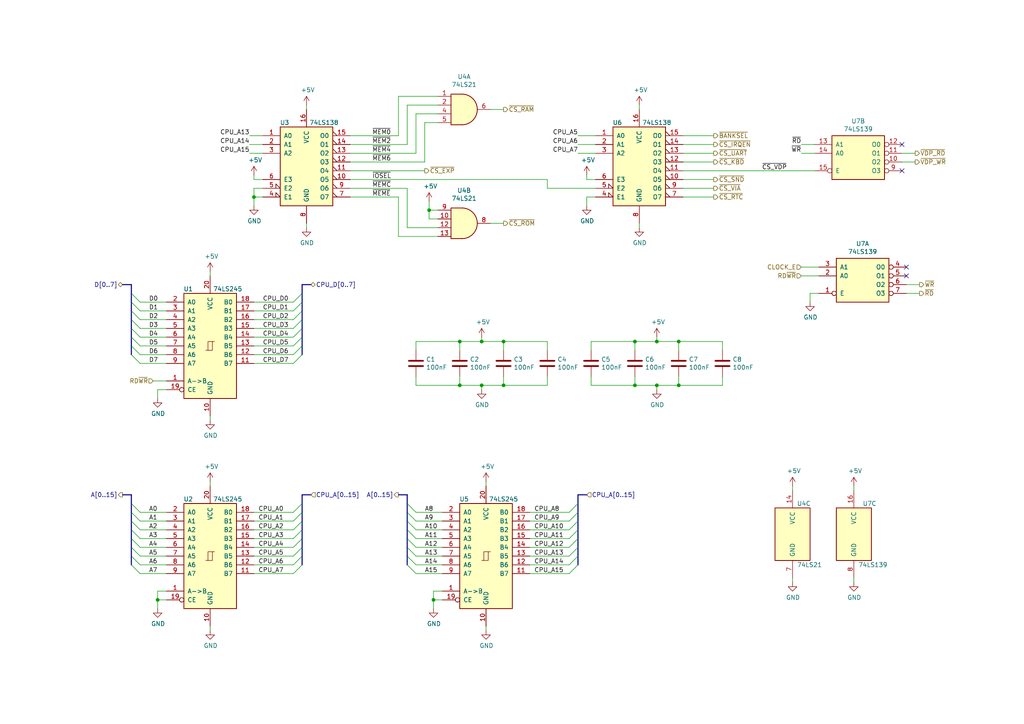
<source format=kicad_sch>
(kicad_sch (version 20211123) (generator eeschema)
  (paper "A4")
  (title_block (title "Y Ddraig Fach") (company "Stephen Moody"))
  (lib_symbols
    (symbol "74xx:74LS138" (pin_names (offset 1.016))
      (property "Reference" "U" (at -7.62 11.43 0))
      (property "Value" "74LS138" (at -7.62 -13.97 0))
      (symbol "74LS138_1_0"
        (pin input line (at -12.7 7.62 0) (length 5.08) (name "A0") (number "1"))
        (pin output output_low (at 12.7 -5.08 180) (length 5.08) (name "O5") (number "10"))
        (pin output output_low (at 12.7 -2.54 180) (length 5.08) (name "O4") (number "11"))
        (pin output output_low (at 12.7 0 180) (length 5.08) (name "O3") (number "12"))
        (pin output output_low (at 12.7 2.54 180) (length 5.08) (name "O2") (number "13"))
        (pin output output_low (at 12.7 5.08 180) (length 5.08) (name "O1") (number "14"))
        (pin output output_low (at 12.7 7.62 180) (length 5.08) (name "O0") (number "15"))
        (pin power_in line (at 0 15.24 270) (length 5.08) (name "VCC") (number "16"))
        (pin input line (at -12.7 5.08 0) (length 5.08) (name "A1") (number "2"))
        (pin input line (at -12.7 2.54 0) (length 5.08) (name "A2") (number "3"))
        (pin input input_low (at -12.7 -10.16 0) (length 5.08) (name "E1") (number "4"))
        (pin input input_low (at -12.7 -7.62 0) (length 5.08) (name "E2") (number "5"))
        (pin input line (at -12.7 -5.08 0) (length 5.08) (name "E3") (number "6"))
        (pin output output_low (at 12.7 -10.16 180) (length 5.08) (name "O7") (number "7"))
        (pin power_in line (at 0 -17.78 90) (length 5.08) (name "GND") (number "8"))
        (pin output output_low (at 12.7 -7.62 180) (length 5.08) (name "O6") (number "9"))
      )
      (symbol "74LS138_1_1"
        (rectangle (start -7.62 10.16) (end 7.62 -12.7) (stroke (width 0.254)) (fill (type background)))
      )
    )
    (symbol "74xx:74LS139" (pin_names (offset 1.016))
      (property "Reference" "U" (at -7.62 8.89 0))
      (property "Value" "74LS139" (at -7.62 -8.89 0))
      (symbol "74LS139_1_0"
        (pin input inverted (at -12.7 -5.08 0) (length 5.08) (name "E") (number "1"))
        (pin input line (at -12.7 0 0) (length 5.08) (name "A0") (number "2"))
        (pin input line (at -12.7 2.54 0) (length 5.08) (name "A1") (number "3"))
        (pin output inverted (at 12.7 2.54 180) (length 5.08) (name "O0") (number "4"))
        (pin output inverted (at 12.7 0 180) (length 5.08) (name "O1") (number "5"))
        (pin output inverted (at 12.7 -2.54 180) (length 5.08) (name "O2") (number "6"))
        (pin output inverted (at 12.7 -5.08 180) (length 5.08) (name "O3") (number "7"))
      )
      (symbol "74LS139_1_1"
        (rectangle (start -7.62 5.08) (end 7.62 -7.62) (stroke (width 0.254)) (fill (type background)))
      )
      (symbol "74LS139_2_0"
        (pin output inverted (at 12.7 -2.54 180) (length 5.08) (name "O2") (number "10"))
        (pin output inverted (at 12.7 0 180) (length 5.08) (name "O1") (number "11"))
        (pin output inverted (at 12.7 2.54 180) (length 5.08) (name "O0") (number "12"))
        (pin input line (at -12.7 2.54 0) (length 5.08) (name "A1") (number "13"))
        (pin input line (at -12.7 0 0) (length 5.08) (name "A0") (number "14"))
        (pin input inverted (at -12.7 -5.08 0) (length 5.08) (name "E") (number "15"))
        (pin output inverted (at 12.7 -5.08 180) (length 5.08) (name "O3") (number "9"))
      )
      (symbol "74LS139_2_1"
        (rectangle (start -7.62 5.08) (end 7.62 -7.62) (stroke (width 0.254)) (fill (type background)))
      )
      (symbol "74LS139_3_0"
        (pin power_in line (at 0 12.7 270) (length 5.08) (name "VCC") (number "16"))
        (pin power_in line (at 0 -12.7 90) (length 5.08) (name "GND") (number "8"))
      )
      (symbol "74LS139_3_1"
        (rectangle (start -5.08 7.62) (end 5.08 -7.62) (stroke (width 0.254)) (fill (type background)))
      )
    )
    (symbol "74xx:74LS21" (pin_names (offset 1.016))
      (property "Reference" "U" (at 0 1.27 0))
      (property "Value" "74LS21" (at 0 -1.27 0))
      (symbol "74LS21_1_1"
        (arc (start -0.635 -4.445) (mid 3.81 0) (end -0.635 4.445) (stroke (width 0.254)) (fill (type background)))
        (polyline (pts (xy -0.635 4.445) (xy -3.81 4.445) (xy -3.81 -4.445) (xy -0.635 -4.445)) (stroke (width 0.254)) (fill (type background)))
        (pin input line (at -7.62 3.81 0) (length 3.81) (name "~") (number "1"))
        (pin input line (at -7.62 1.27 0) (length 3.81) (name "~") (number "2"))
        (pin input line (at -7.62 -1.27 0) (length 3.81) (name "~") (number "4"))
        (pin input line (at -7.62 -3.81 0) (length 3.81) (name "~") (number "5"))
        (pin output line (at 7.62 0 180) (length 3.81) (name "~") (number "6"))
      )
      (symbol "74LS21_1_2"
        (arc (start -3.81 -4.445) (mid -2.5908 0) (end -3.81 4.445) (stroke (width 0.254)))
        (arc (start -0.6096 -4.445) (mid 2.224 -2.8428) (end 3.81 0) (stroke (width 0.254)) (fill (type background)))
        (polyline (pts (xy -3.81 -4.445) (xy -0.635 -4.445)) (stroke (width 0.254)) (fill (type background)))
        (polyline (pts (xy -3.81 4.445) (xy -0.635 4.445)) (stroke (width 0.254)) (fill (type background)))
        (polyline (pts (xy -0.635 4.445) (xy -3.81 4.445) (xy -3.81 4.445) (xy -3.6322 4.0894) (xy -3.0988 2.921) (xy -2.7686 1.6764) (xy -2.6162 0.4318) (xy -2.6416 -0.8636) (xy -2.8702 -2.1082) (xy -3.2512 -3.3274) (xy -3.81 -4.445) (xy -3.81 -4.445) (xy -0.635 -4.445)) (stroke (width -25.4)) (fill (type background)))
        (arc (start 3.81 0) (mid 2.2198 2.8385) (end -0.6096 4.445) (stroke (width 0.254)) (fill (type background)))
        (pin input inverted (at -7.62 3.81 0) (length 3.81) (name "~") (number "1"))
        (pin input inverted (at -7.62 1.27 0) (length 4.826) (name "~") (number "2"))
        (pin input inverted (at -7.62 -1.27 0) (length 4.826) (name "~") (number "4"))
        (pin input inverted (at -7.62 -3.81 0) (length 3.81) (name "~") (number "5"))
        (pin output inverted (at 7.62 0 180) (length 3.81) (name "~") (number "6"))
      )
      (symbol "74LS21_2_1"
        (arc (start -0.635 -4.445) (mid 3.81 0) (end -0.635 4.445) (stroke (width 0.254)) (fill (type background)))
        (polyline (pts (xy -0.635 4.445) (xy -3.81 4.445) (xy -3.81 -4.445) (xy -0.635 -4.445)) (stroke (width 0.254)) (fill (type background)))
        (pin input line (at -7.62 1.27 0) (length 3.81) (name "~") (number "10"))
        (pin input line (at -7.62 -1.27 0) (length 3.81) (name "~") (number "12"))
        (pin input line (at -7.62 -3.81 0) (length 3.81) (name "~") (number "13"))
        (pin output line (at 7.62 0 180) (length 3.81) (name "~") (number "8"))
        (pin input line (at -7.62 3.81 0) (length 3.81) (name "~") (number "9"))
      )
      (symbol "74LS21_2_2"
        (arc (start -3.81 -4.445) (mid -2.5908 0) (end -3.81 4.445) (stroke (width 0.254)))
        (arc (start -0.6096 -4.445) (mid 2.224 -2.8428) (end 3.81 0) (stroke (width 0.254)) (fill (type background)))
        (polyline (pts (xy -3.81 -4.445) (xy -0.635 -4.445)) (stroke (width 0.254)) (fill (type background)))
        (polyline (pts (xy -3.81 4.445) (xy -0.635 4.445)) (stroke (width 0.254)) (fill (type background)))
        (polyline (pts (xy -0.635 4.445) (xy -3.81 4.445) (xy -3.81 4.445) (xy -3.6322 4.0894) (xy -3.0988 2.921) (xy -2.7686 1.6764) (xy -2.6162 0.4318) (xy -2.6416 -0.8636) (xy -2.8702 -2.1082) (xy -3.2512 -3.3274) (xy -3.81 -4.445) (xy -3.81 -4.445) (xy -0.635 -4.445)) (stroke (width -25.4)) (fill (type background)))
        (arc (start 3.81 0) (mid 2.2198 2.8385) (end -0.6096 4.445) (stroke (width 0.254)) (fill (type background)))
        (pin input inverted (at -7.62 1.27 0) (length 4.826) (name "~") (number "10"))
        (pin input inverted (at -7.62 -1.27 0) (length 4.826) (name "~") (number "12"))
        (pin input inverted (at -7.62 -3.81 0) (length 3.81) (name "~") (number "13"))
        (pin output inverted (at 7.62 0 180) (length 3.81) (name "~") (number "8"))
        (pin input inverted (at -7.62 3.81 0) (length 3.81) (name "~") (number "9"))
      )
      (symbol "74LS21_3_0"
        (pin power_in line (at 0 12.7 270) (length 5.08) (name "VCC") (number "14"))
        (pin power_in line (at 0 -12.7 90) (length 5.08) (name "GND") (number "7"))
      )
      (symbol "74LS21_3_1"
        (rectangle (start -5.08 7.62) (end 5.08 -7.62) (stroke (width 0.254)) (fill (type background)))
      )
    )
    (symbol "74xx:74LS245" (pin_names (offset 1.016))
      (property "Reference" "U" (at -7.62 16.51 0))
      (property "Value" "74LS245" (at -7.62 -16.51 0))
      (symbol "74LS245_1_0"
        (polyline (pts (xy -0.635 -1.27) (xy -0.635 1.27) (xy 0.635 1.27)))
        (polyline (pts (xy -1.27 -1.27) (xy 0.635 -1.27) (xy 0.635 1.27) (xy 1.27 1.27)))
        (pin input line (at -12.7 -10.16 0) (length 5.08) (name "A->B") (number "1"))
        (pin power_in line (at 0 -20.32 90) (length 5.08) (name "GND") (number "10"))
        (pin tri_state line (at 12.7 -5.08 180) (length 5.08) (name "B7") (number "11"))
        (pin tri_state line (at 12.7 -2.54 180) (length 5.08) (name "B6") (number "12"))
        (pin tri_state line (at 12.7 0 180) (length 5.08) (name "B5") (number "13"))
        (pin tri_state line (at 12.7 2.54 180) (length 5.08) (name "B4") (number "14"))
        (pin tri_state line (at 12.7 5.08 180) (length 5.08) (name "B3") (number "15"))
        (pin tri_state line (at 12.7 7.62 180) (length 5.08) (name "B2") (number "16"))
        (pin tri_state line (at 12.7 10.16 180) (length 5.08) (name "B1") (number "17"))
        (pin tri_state line (at 12.7 12.7 180) (length 5.08) (name "B0") (number "18"))
        (pin input inverted (at -12.7 -12.7 0) (length 5.08) (name "CE") (number "19"))
        (pin tri_state line (at -12.7 12.7 0) (length 5.08) (name "A0") (number "2"))
        (pin power_in line (at 0 20.32 270) (length 5.08) (name "VCC") (number "20"))
        (pin tri_state line (at -12.7 10.16 0) (length 5.08) (name "A1") (number "3"))
        (pin tri_state line (at -12.7 7.62 0) (length 5.08) (name "A2") (number "4"))
        (pin tri_state line (at -12.7 5.08 0) (length 5.08) (name "A3") (number "5"))
        (pin tri_state line (at -12.7 2.54 0) (length 5.08) (name "A4") (number "6"))
        (pin tri_state line (at -12.7 0 0) (length 5.08) (name "A5") (number "7"))
        (pin tri_state line (at -12.7 -2.54 0) (length 5.08) (name "A6") (number "8"))
        (pin tri_state line (at -12.7 -5.08 0) (length 5.08) (name "A7") (number "9"))
      )
      (symbol "74LS245_1_1"
        (rectangle (start -7.62 15.24) (end 7.62 -15.24) (stroke (width 0.254)) (fill (type background)))
      )
    )
    (symbol "Device:C" (pin_numbers hide) (pin_names (offset 0.254))
      (property "Reference" "C" (at 0.635 2.54 0))
      (property "Value" "C" (at 0.635 -2.54 0))
      (symbol "C_0_1"
        (polyline (pts (xy -2.032 -0.762) (xy 2.032 -0.762)) (stroke (width 0.508)))
        (polyline (pts (xy -2.032 0.762) (xy 2.032 0.762)) (stroke (width 0.508)))
      )
      (symbol "C_1_1"
        (pin passive line (at 0 3.81 270) (length 2.794) (name "~") (number "1"))
        (pin passive line (at 0 -3.81 90) (length 2.794) (name "~") (number "2"))
      )
    )
    (symbol "power:+5V" (power) (pin_names (offset 0))
      (property "Value" "+5V" (at 0 3.556 0))
      (symbol "+5V_0_1"
        (polyline (pts (xy -0.762 1.27) (xy 0 2.54)))
        (polyline (pts (xy 0 0) (xy 0 2.54)))
        (polyline (pts (xy 0 2.54) (xy 0.762 1.27)))
      )
      (symbol "+5V_1_1"
        (pin power_in line (at 0 0 90) (length 0) hide (name "+5V") (number "1"))
      )
    )
    (symbol "power:GND" (power) (pin_names (offset 0))
      (property "Value" "GND" (at 0 -3.81 0))
      (symbol "GND_0_1"
        (polyline (pts (xy 0 0) (xy 0 -1.27) (xy 1.27 -1.27) (xy 0 -2.54) (xy -1.27 -1.27) (xy 0 -1.27)))
      )
      (symbol "GND_1_1"
        (pin power_in line (at 0 0 270) (length 0) hide (name "GND") (number "1"))
      )
    )
  )
  (junction (at 196.85 111.76))
  (junction (at 184.15 111.76))
  (junction (at 139.7 99.06))
  (junction (at 139.7 111.76))
  (junction (at 133.35 99.06))
  (junction (at 146.05 99.06))
  (junction (at 124.46 60.96))
  (junction (at 190.5 99.06))
  (junction (at 196.85 99.06))
  (junction (at 45.72 173.99))
  (junction (at 190.5 111.76))
  (junction (at 184.15 99.06))
  (junction (at 125.73 173.99))
  (junction (at 146.05 111.76))
  (junction (at 73.66 57.15))
  (junction (at 133.35 111.76))
  (no_connect (at 262.89 77.47))
  (no_connect (at 261.62 41.91))
  (no_connect (at 262.89 80.01))
  (no_connect (at 261.62 49.53))
  (bus_entry (at 87.63 156.21) (size -2.54 2.54))
  (bus_entry (at 87.63 148.59) (size -2.54 2.54))
  (bus_entry (at 167.64 148.59) (size -2.54 2.54))
  (bus_entry (at 38.1 90.17) (size 2.54 2.54))
  (bus_entry (at 118.11 146.05) (size 2.54 2.54))
  (bus_entry (at 167.64 151.13) (size -2.54 2.54))
  (bus_entry (at 38.1 95.25) (size 2.54 2.54))
  (bus_entry (at 38.1 156.21) (size 2.54 2.54))
  (bus_entry (at 38.1 158.75) (size 2.54 2.54))
  (bus_entry (at 118.11 151.13) (size 2.54 2.54))
  (bus_entry (at 118.11 148.59) (size 2.54 2.54))
  (bus_entry (at 87.63 100.33) (size -2.54 2.54))
  (bus_entry (at 87.63 95.25) (size -2.54 2.54))
  (bus_entry (at 87.63 90.17) (size -2.54 2.54))
  (bus_entry (at 38.1 146.05) (size 2.54 2.54))
  (bus_entry (at 38.1 153.67) (size 2.54 2.54))
  (bus_entry (at 167.64 146.05) (size -2.54 2.54))
  (bus_entry (at 87.63 158.75) (size -2.54 2.54))
  (bus_entry (at 167.64 156.21) (size -2.54 2.54))
  (bus_entry (at 118.11 163.83) (size 2.54 2.54))
  (bus_entry (at 167.64 163.83) (size -2.54 2.54))
  (bus_entry (at 38.1 161.29) (size 2.54 2.54))
  (bus_entry (at 38.1 163.83) (size 2.54 2.54))
  (bus_entry (at 87.63 146.05) (size -2.54 2.54))
  (bus_entry (at 87.63 87.63) (size -2.54 2.54))
  (bus_entry (at 87.63 85.09) (size -2.54 2.54))
  (bus_entry (at 87.63 153.67) (size -2.54 2.54))
  (bus_entry (at 38.1 85.09) (size 2.54 2.54))
  (bus_entry (at 38.1 148.59) (size 2.54 2.54))
  (bus_entry (at 38.1 151.13) (size 2.54 2.54))
  (bus_entry (at 38.1 87.63) (size 2.54 2.54))
  (bus_entry (at 118.11 153.67) (size 2.54 2.54))
  (bus_entry (at 38.1 92.71) (size 2.54 2.54))
  (bus_entry (at 118.11 161.29) (size 2.54 2.54))
  (bus_entry (at 87.63 161.29) (size -2.54 2.54))
  (bus_entry (at 87.63 102.87) (size -2.54 2.54))
  (bus_entry (at 167.64 161.29) (size -2.54 2.54))
  (bus_entry (at 167.64 158.75) (size -2.54 2.54))
  (bus_entry (at 87.63 151.13) (size -2.54 2.54))
  (bus_entry (at 87.63 97.79) (size -2.54 2.54))
  (bus_entry (at 167.64 153.67) (size -2.54 2.54))
  (bus_entry (at 38.1 97.79) (size 2.54 2.54))
  (bus_entry (at 87.63 92.71) (size -2.54 2.54))
  (bus_entry (at 118.11 158.75) (size 2.54 2.54))
  (bus_entry (at 38.1 102.87) (size 2.54 2.54))
  (bus_entry (at 118.11 156.21) (size 2.54 2.54))
  (bus_entry (at 87.63 163.83) (size -2.54 2.54))
  (bus_entry (at 38.1 100.33) (size 2.54 2.54))
  (wire (pts (xy 146.05 109.22) (xy 146.05 111.76)))
  (wire (pts (xy 146.05 111.76) (xy 158.75 111.76)))
  (wire (pts (xy 207.01 44.45) (xy 198.12 44.45)))
  (wire (pts (xy 209.55 99.06) (xy 209.55 101.6)))
  (wire (pts (xy 139.7 111.76) (xy 146.05 111.76)))
  (bus (pts (xy 38.1 82.55) (xy 35.56 82.55)))
  (bus (pts (xy 118.11 153.67) (xy 118.11 156.21)))
  (bus (pts (xy 87.63 161.29) (xy 87.63 163.83)))
  (wire (pts (xy 167.64 44.45) (xy 172.72 44.45)))
  (wire (pts (xy 88.9 66.04) (xy 88.9 64.77)))
  (wire (pts (xy 167.64 39.37) (xy 172.72 39.37)))
  (bus (pts (xy 87.63 156.21) (xy 87.63 158.75)))
  (bus (pts (xy 87.63 82.55) (xy 90.17 82.55)))
  (bus (pts (xy 38.1 156.21) (xy 38.1 158.75)))
  (wire (pts (xy 128.27 156.21) (xy 120.65 156.21)))
  (wire (pts (xy 207.01 54.61) (xy 198.12 54.61)))
  (wire (pts (xy 232.41 44.45) (xy 236.22 44.45)))
  (wire (pts (xy 120.65 109.22) (xy 120.65 111.76)))
  (wire (pts (xy 261.62 44.45) (xy 265.43 44.45)))
  (bus (pts (xy 118.11 158.75) (xy 118.11 161.29)))
  (wire (pts (xy 60.96 182.88) (xy 60.96 181.61)))
  (wire (pts (xy 48.26 90.17) (xy 40.64 90.17)))
  (bus (pts (xy 38.1 90.17) (xy 38.1 92.71)))
  (wire (pts (xy 48.26 156.21) (xy 40.64 156.21)))
  (bus (pts (xy 38.1 151.13) (xy 38.1 153.67)))
  (wire (pts (xy 118.11 66.04) (xy 127 66.04)))
  (wire (pts (xy 207.01 46.99) (xy 198.12 46.99)))
  (wire (pts (xy 153.67 163.83) (xy 165.1 163.83)))
  (wire (pts (xy 48.26 151.13) (xy 40.64 151.13)))
  (wire (pts (xy 76.2 57.15) (xy 73.66 57.15)))
  (wire (pts (xy 170.18 57.15) (xy 172.72 57.15)))
  (wire (pts (xy 170.18 59.69) (xy 170.18 57.15)))
  (wire (pts (xy 196.85 109.22) (xy 196.85 111.76)))
  (wire (pts (xy 171.45 99.06) (xy 184.15 99.06)))
  (wire (pts (xy 48.26 100.33) (xy 40.64 100.33)))
  (wire (pts (xy 128.27 158.75) (xy 120.65 158.75)))
  (bus (pts (xy 38.1 82.55) (xy 38.1 85.09)))
  (bus (pts (xy 167.64 156.21) (xy 167.64 158.75)))
  (wire (pts (xy 48.26 95.25) (xy 40.64 95.25)))
  (wire (pts (xy 171.45 101.6) (xy 171.45 99.06)))
  (wire (pts (xy 153.67 161.29) (xy 165.1 161.29)))
  (wire (pts (xy 73.66 163.83) (xy 85.09 163.83)))
  (wire (pts (xy 101.6 57.15) (xy 115.57 57.15)))
  (wire (pts (xy 198.12 49.53) (xy 236.22 49.53)))
  (bus (pts (xy 87.63 153.67) (xy 87.63 156.21)))
  (wire (pts (xy 115.57 57.15) (xy 115.57 68.58)))
  (wire (pts (xy 153.67 166.37) (xy 165.1 166.37)))
  (wire (pts (xy 207.01 41.91) (xy 198.12 41.91)))
  (bus (pts (xy 38.1 158.75) (xy 38.1 161.29)))
  (wire (pts (xy 125.73 176.53) (xy 125.73 173.99)))
  (wire (pts (xy 48.26 161.29) (xy 40.64 161.29)))
  (bus (pts (xy 118.11 148.59) (xy 118.11 151.13)))
  (wire (pts (xy 146.05 31.75) (xy 142.24 31.75)))
  (wire (pts (xy 73.66 90.17) (xy 85.09 90.17)))
  (wire (pts (xy 48.26 105.41) (xy 40.64 105.41)))
  (bus (pts (xy 87.63 82.55) (xy 87.63 85.09)))
  (wire (pts (xy 73.66 57.15) (xy 73.66 54.61)))
  (wire (pts (xy 247.65 168.91) (xy 247.65 167.64)))
  (wire (pts (xy 45.72 115.57) (xy 45.72 113.03)))
  (wire (pts (xy 185.42 66.04) (xy 185.42 64.77)))
  (wire (pts (xy 45.72 176.53) (xy 45.72 173.99)))
  (bus (pts (xy 87.63 97.79) (xy 87.63 100.33)))
  (wire (pts (xy 207.01 57.15) (xy 198.12 57.15)))
  (bus (pts (xy 167.64 151.13) (xy 167.64 153.67)))
  (wire (pts (xy 146.05 99.06) (xy 158.75 99.06)))
  (wire (pts (xy 128.27 153.67) (xy 120.65 153.67)))
  (bus (pts (xy 118.11 146.05) (xy 118.11 148.59)))
  (wire (pts (xy 45.72 171.45) (xy 48.26 171.45)))
  (bus (pts (xy 118.11 143.51) (xy 118.11 146.05)))
  (wire (pts (xy 73.66 54.61) (xy 76.2 54.61)))
  (bus (pts (xy 118.11 151.13) (xy 118.11 153.67)))
  (wire (pts (xy 125.73 173.99) (xy 125.73 171.45)))
  (wire (pts (xy 207.01 52.07) (xy 198.12 52.07)))
  (wire (pts (xy 120.65 44.45) (xy 120.65 33.02)))
  (wire (pts (xy 88.9 31.75) (xy 88.9 30.48)))
  (wire (pts (xy 48.26 158.75) (xy 40.64 158.75)))
  (bus (pts (xy 38.1 95.25) (xy 38.1 97.79)))
  (bus (pts (xy 167.64 153.67) (xy 167.64 156.21)))
  (wire (pts (xy 60.96 121.92) (xy 60.96 120.65)))
  (bus (pts (xy 167.64 158.75) (xy 167.64 161.29)))
  (wire (pts (xy 60.96 140.97) (xy 60.96 139.7)))
  (wire (pts (xy 73.66 151.13) (xy 85.09 151.13)))
  (wire (pts (xy 73.66 102.87) (xy 85.09 102.87)))
  (wire (pts (xy 172.72 52.07) (xy 170.18 52.07)))
  (wire (pts (xy 158.75 54.61) (xy 172.72 54.61)))
  (wire (pts (xy 190.5 97.79) (xy 190.5 99.06)))
  (wire (pts (xy 153.67 151.13) (xy 165.1 151.13)))
  (wire (pts (xy 73.66 52.07) (xy 76.2 52.07)))
  (wire (pts (xy 118.11 41.91) (xy 118.11 30.48)))
  (wire (pts (xy 101.6 49.53) (xy 123.19 49.53)))
  (wire (pts (xy 158.75 111.76) (xy 158.75 109.22)))
  (wire (pts (xy 140.97 182.88) (xy 140.97 181.61)))
  (wire (pts (xy 153.67 148.59) (xy 165.1 148.59)))
  (wire (pts (xy 125.73 173.99) (xy 128.27 173.99)))
  (wire (pts (xy 207.01 39.37) (xy 198.12 39.37)))
  (wire (pts (xy 101.6 52.07) (xy 158.75 52.07)))
  (wire (pts (xy 76.2 41.91) (xy 72.39 41.91)))
  (wire (pts (xy 120.65 101.6) (xy 120.65 99.06)))
  (wire (pts (xy 190.5 111.76) (xy 196.85 111.76)))
  (wire (pts (xy 118.11 30.48) (xy 127 30.48)))
  (wire (pts (xy 234.95 87.63) (xy 234.95 85.09)))
  (bus (pts (xy 38.1 148.59) (xy 38.1 151.13)))
  (wire (pts (xy 118.11 54.61) (xy 118.11 66.04)))
  (wire (pts (xy 73.66 166.37) (xy 85.09 166.37)))
  (wire (pts (xy 48.26 97.79) (xy 40.64 97.79)))
  (wire (pts (xy 170.18 52.07) (xy 170.18 50.8)))
  (bus (pts (xy 167.64 143.51) (xy 170.18 143.51)))
  (wire (pts (xy 48.26 102.87) (xy 40.64 102.87)))
  (bus (pts (xy 118.11 156.21) (xy 118.11 158.75)))
  (wire (pts (xy 209.55 111.76) (xy 209.55 109.22)))
  (wire (pts (xy 128.27 151.13) (xy 120.65 151.13)))
  (wire (pts (xy 127 60.96) (xy 124.46 60.96)))
  (wire (pts (xy 48.26 163.83) (xy 40.64 163.83)))
  (wire (pts (xy 73.66 100.33) (xy 85.09 100.33)))
  (wire (pts (xy 172.72 41.91) (xy 167.64 41.91)))
  (wire (pts (xy 232.41 41.91) (xy 236.22 41.91)))
  (bus (pts (xy 87.63 151.13) (xy 87.63 153.67)))
  (wire (pts (xy 40.64 87.63) (xy 48.26 87.63)))
  (wire (pts (xy 48.26 166.37) (xy 40.64 166.37)))
  (bus (pts (xy 87.63 146.05) (xy 87.63 148.59)))
  (wire (pts (xy 158.75 99.06) (xy 158.75 101.6)))
  (wire (pts (xy 60.96 80.01) (xy 60.96 78.74)))
  (wire (pts (xy 124.46 63.5) (xy 124.46 60.96)))
  (wire (pts (xy 266.7 82.55) (xy 262.89 82.55)))
  (wire (pts (xy 101.6 39.37) (xy 115.57 39.37)))
  (bus (pts (xy 38.1 100.33) (xy 38.1 102.87)))
  (wire (pts (xy 101.6 54.61) (xy 118.11 54.61)))
  (wire (pts (xy 247.65 142.24) (xy 247.65 140.97)))
  (bus (pts (xy 87.63 95.25) (xy 87.63 97.79)))
  (bus (pts (xy 167.64 161.29) (xy 167.64 163.83)))
  (wire (pts (xy 146.05 101.6) (xy 146.05 99.06)))
  (wire (pts (xy 171.45 111.76) (xy 184.15 111.76)))
  (bus (pts (xy 87.63 87.63) (xy 87.63 90.17)))
  (wire (pts (xy 45.72 173.99) (xy 45.72 171.45)))
  (wire (pts (xy 73.66 87.63) (xy 85.09 87.63)))
  (wire (pts (xy 229.87 142.24) (xy 229.87 140.97)))
  (bus (pts (xy 38.1 87.63) (xy 38.1 90.17)))
  (wire (pts (xy 73.66 50.8) (xy 73.66 52.07)))
  (bus (pts (xy 87.63 148.59) (xy 87.63 151.13)))
  (wire (pts (xy 73.66 156.21) (xy 85.09 156.21)))
  (bus (pts (xy 87.63 158.75) (xy 87.63 161.29)))
  (wire (pts (xy 101.6 44.45) (xy 120.65 44.45)))
  (bus (pts (xy 87.63 92.71) (xy 87.63 95.25)))
  (wire (pts (xy 196.85 111.76) (xy 209.55 111.76)))
  (wire (pts (xy 128.27 161.29) (xy 120.65 161.29)))
  (wire (pts (xy 73.66 95.25) (xy 85.09 95.25)))
  (wire (pts (xy 153.67 153.67) (xy 165.1 153.67)))
  (wire (pts (xy 48.26 153.67) (xy 40.64 153.67)))
  (wire (pts (xy 120.65 33.02) (xy 127 33.02)))
  (wire (pts (xy 133.35 99.06) (xy 139.7 99.06)))
  (wire (pts (xy 184.15 111.76) (xy 190.5 111.76)))
  (wire (pts (xy 232.41 77.47) (xy 237.49 77.47)))
  (bus (pts (xy 38.1 97.79) (xy 38.1 100.33)))
  (wire (pts (xy 232.41 80.01) (xy 237.49 80.01)))
  (wire (pts (xy 196.85 99.06) (xy 209.55 99.06)))
  (wire (pts (xy 115.57 27.94) (xy 127 27.94)))
  (wire (pts (xy 139.7 99.06) (xy 146.05 99.06)))
  (bus (pts (xy 38.1 153.67) (xy 38.1 156.21)))
  (wire (pts (xy 101.6 46.99) (xy 123.19 46.99)))
  (wire (pts (xy 125.73 171.45) (xy 128.27 171.45)))
  (wire (pts (xy 140.97 140.97) (xy 140.97 139.7)))
  (wire (pts (xy 44.45 110.49) (xy 48.26 110.49)))
  (wire (pts (xy 265.43 46.99) (xy 261.62 46.99)))
  (wire (pts (xy 73.66 158.75) (xy 85.09 158.75)))
  (bus (pts (xy 87.63 90.17) (xy 87.63 92.71)))
  (bus (pts (xy 38.1 143.51) (xy 38.1 146.05)))
  (bus (pts (xy 38.1 161.29) (xy 38.1 163.83)))
  (wire (pts (xy 128.27 163.83) (xy 120.65 163.83)))
  (wire (pts (xy 158.75 52.07) (xy 158.75 54.61)))
  (wire (pts (xy 234.95 85.09) (xy 237.49 85.09)))
  (bus (pts (xy 87.63 85.09) (xy 87.63 87.63)))
  (wire (pts (xy 171.45 109.22) (xy 171.45 111.76)))
  (wire (pts (xy 196.85 101.6) (xy 196.85 99.06)))
  (bus (pts (xy 87.63 143.51) (xy 87.63 146.05)))
  (wire (pts (xy 127 63.5) (xy 124.46 63.5)))
  (wire (pts (xy 153.67 156.21) (xy 165.1 156.21)))
  (wire (pts (xy 133.35 109.22) (xy 133.35 111.76)))
  (wire (pts (xy 139.7 97.79) (xy 139.7 99.06)))
  (wire (pts (xy 73.66 59.69) (xy 73.66 57.15)))
  (wire (pts (xy 101.6 41.91) (xy 118.11 41.91)))
  (wire (pts (xy 146.05 64.77) (xy 142.24 64.77)))
  (wire (pts (xy 128.27 166.37) (xy 120.65 166.37)))
  (wire (pts (xy 153.67 158.75) (xy 165.1 158.75)))
  (wire (pts (xy 190.5 99.06) (xy 196.85 99.06)))
  (wire (pts (xy 120.65 99.06) (xy 133.35 99.06)))
  (wire (pts (xy 73.66 153.67) (xy 85.09 153.67)))
  (bus (pts (xy 38.1 143.51) (xy 35.56 143.51)))
  (wire (pts (xy 72.39 44.45) (xy 76.2 44.45)))
  (wire (pts (xy 72.39 39.37) (xy 76.2 39.37)))
  (wire (pts (xy 73.66 148.59) (xy 85.09 148.59)))
  (wire (pts (xy 133.35 111.76) (xy 139.7 111.76)))
  (wire (pts (xy 123.19 46.99) (xy 123.19 35.56)))
  (wire (pts (xy 48.26 92.71) (xy 40.64 92.71)))
  (wire (pts (xy 45.72 113.03) (xy 48.26 113.03)))
  (wire (pts (xy 229.87 168.91) (xy 229.87 167.64)))
  (wire (pts (xy 133.35 101.6) (xy 133.35 99.06)))
  (wire (pts (xy 73.66 92.71) (xy 85.09 92.71)))
  (wire (pts (xy 115.57 68.58) (xy 127 68.58)))
  (wire (pts (xy 124.46 60.96) (xy 124.46 58.42)))
  (wire (pts (xy 184.15 99.06) (xy 190.5 99.06)))
  (wire (pts (xy 184.15 101.6) (xy 184.15 99.06)))
  (wire (pts (xy 184.15 109.22) (xy 184.15 111.76)))
  (bus (pts (xy 118.11 143.51) (xy 115.57 143.51)))
  (wire (pts (xy 185.42 31.75) (xy 185.42 30.48)))
  (bus (pts (xy 38.1 146.05) (xy 38.1 148.59)))
  (wire (pts (xy 262.89 85.09) (xy 266.7 85.09)))
  (bus (pts (xy 87.63 100.33) (xy 87.63 102.87)))
  (bus (pts (xy 167.64 148.59) (xy 167.64 151.13)))
  (wire (pts (xy 115.57 39.37) (xy 115.57 27.94)))
  (bus (pts (xy 118.11 161.29) (xy 118.11 163.83)))
  (bus (pts (xy 87.63 143.51) (xy 90.17 143.51)))
  (wire (pts (xy 73.66 105.41) (xy 85.09 105.41)))
  (wire (pts (xy 123.19 35.56) (xy 127 35.56)))
  (wire (pts (xy 73.66 161.29) (xy 85.09 161.29)))
  (wire (pts (xy 139.7 113.03) (xy 139.7 111.76)))
  (wire (pts (xy 45.72 173.99) (xy 48.26 173.99)))
  (wire (pts (xy 73.66 97.79) (xy 85.09 97.79)))
  (wire (pts (xy 40.64 148.59) (xy 48.26 148.59)))
  (wire (pts (xy 190.5 113.03) (xy 190.5 111.76)))
  (bus (pts (xy 167.64 143.51) (xy 167.64 146.05)))
  (bus (pts (xy 38.1 85.09) (xy 38.1 87.63)))
  (bus (pts (xy 167.64 146.05) (xy 167.64 148.59)))
  (wire (pts (xy 120.65 148.59) (xy 128.27 148.59)))
  (wire (pts (xy 120.65 111.76) (xy 133.35 111.76)))
  (bus (pts (xy 38.1 92.71) (xy 38.1 95.25)))
  (label "D7" (at 43.18 105.41 0))
  (label "D2" (at 43.18 92.71 0))
  (label "D3" (at 43.18 95.25 0))
  (label "A5" (at 43.18 161.29 0))
  (label "A7" (at 43.18 166.37 0))
  (label "CPU_A13" (at 72.39 39.37 180))
  (label "D6" (at 43.18 102.87 0))
  (label "A2" (at 43.18 153.67 0))
  (label "CPU_A7" (at 74.93 166.37 0))
  (label "CPU_A10" (at 154.94 153.67 0))
  (label "CPU_A6" (at 167.64 41.91 180))
  (label "CPU_A7" (at 167.64 44.45 180))
  (label "~{WR}" (at 232.41 44.45 180))
  (label "CPU_D1" (at 76.2 90.17 0))
  (label "~{MEM4}" (at 107.95 44.45 0))
  (label "A6" (at 43.18 163.83 0))
  (label "~{CS_VDP}" (at 220.98 49.53 0))
  (label "CPU_A9" (at 154.94 151.13 0))
  (label "~{IOSEL}" (at 107.95 52.07 0))
  (label "CPU_D2" (at 76.2 92.71 0))
  (label "CPU_A3" (at 74.93 156.21 0))
  (label "A13" (at 123.19 161.29 0))
  (label "CPU_A15" (at 72.39 44.45 180))
  (label "D0" (at 43.18 87.63 0))
  (label "~{MEM6}" (at 107.95 46.99 0))
  (label "A0" (at 43.18 148.59 0))
  (label "D4" (at 43.18 97.79 0))
  (label "~{MEME}" (at 107.95 57.15 0))
  (label "CPU_D5" (at 76.2 100.33 0))
  (label "~{MEM0}" (at 107.95 39.37 0))
  (label "CPU_A1" (at 74.93 151.13 0))
  (label "CPU_A15" (at 154.94 166.37 0))
  (label "A4" (at 43.18 158.75 0))
  (label "A12" (at 123.19 158.75 0))
  (label "CPU_A14" (at 154.94 163.83 0))
  (label "CPU_A8" (at 154.94 148.59 0))
  (label "CPU_D7" (at 76.2 105.41 0))
  (label "A15" (at 123.19 166.37 0))
  (label "A9" (at 123.19 151.13 0))
  (label "CPU_A5" (at 167.64 39.37 180))
  (label "CPU_D3" (at 76.2 95.25 0))
  (label "CPU_A12" (at 154.94 158.75 0))
  (label "A14" (at 123.19 163.83 0))
  (label "CPU_A4" (at 74.93 158.75 0))
  (label "~{MEMC}" (at 107.95 54.61 0))
  (label "D5" (at 43.18 100.33 0))
  (label "A8" (at 123.19 148.59 0))
  (label "CPU_A5" (at 74.93 161.29 0))
  (label "CPU_D0" (at 76.2 87.63 0))
  (label "CPU_A0" (at 74.93 148.59 0))
  (label "CPU_A11" (at 154.94 156.21 0))
  (label "~{RD}" (at 232.41 41.91 180))
  (label "D1" (at 43.18 90.17 0))
  (label "A3" (at 43.18 156.21 0))
  (label "CPU_A2" (at 74.93 153.67 0))
  (label "~{MEM2}" (at 107.95 41.91 0))
  (label "A11" (at 123.19 156.21 0))
  (label "CPU_A14" (at 72.39 41.91 180))
  (label "CPU_A13" (at 154.94 161.29 0))
  (label "CPU_D6" (at 76.2 102.87 0))
  (label "A10" (at 123.19 153.67 0))
  (label "CPU_D4" (at 76.2 97.79 0))
  (label "A1" (at 43.18 151.13 0))
  (label "CPU_A6" (at 74.93 163.83 0))
  (hierarchical_label "CLOCK_E" (shape input) (at 232.41 77.47 180))
  (hierarchical_label "~{VDP_WR}" (shape output) (at 265.43 46.99 0))
  (hierarchical_label "~{CS_ROM}" (shape output) (at 146.05 64.77 0))
  (hierarchical_label "CPU_D[0..7]" (shape bidirectional) (at 90.17 82.55 0))
  (hierarchical_label "CPU_A[0..15]" (shape input) (at 90.17 143.51 0))
  (hierarchical_label "~{CS_IRQEN}" (shape output) (at 207.01 41.91 0))
  (hierarchical_label "A[0..15]" (shape output) (at 115.57 143.51 180))
  (hierarchical_label "~{VDP_RD}" (shape output) (at 265.43 44.45 0))
  (hierarchical_label "~{CS_EXP}" (shape output) (at 123.19 49.53 0))
  (hierarchical_label "RD~{WR}" (shape input) (at 232.41 80.01 180))
  (hierarchical_label "~{CS_SND}" (shape output) (at 207.01 52.07 0))
  (hierarchical_label "D[0..7]" (shape bidirectional) (at 35.56 82.55 180))
  (hierarchical_label "~{RD}" (shape output) (at 266.7 85.09 0))
  (hierarchical_label "~{CS_RTC}" (shape output) (at 207.01 57.15 0))
  (hierarchical_label "~{CS_VIA}" (shape output) (at 207.01 54.61 0))
  (hierarchical_label "~{CS_KBD}" (shape output) (at 207.01 46.99 0))
  (hierarchical_label "~{CS_UART}" (shape output) (at 207.01 44.45 0))
  (hierarchical_label "RD~{WR}" (shape input) (at 44.45 110.49 180))
  (hierarchical_label "A[0..15]" (shape output) (at 35.56 143.51 180))
  (hierarchical_label "~{CS_RAM}" (shape output) (at 146.05 31.75 0))
  (hierarchical_label "CPU_A[0..15]" (shape input) (at 170.18 143.51 0))
  (hierarchical_label "~{BANKSEL}" (shape output) (at 207.01 39.37 0))
  (hierarchical_label "~{WR}" (shape output) (at 266.7 82.55 0))
  (symbol (lib_id "74xx:74LS138") (at 88.9 46.99 0) (unit 1)
    (property "Reference" "U3" (at 82.55 35.56 0))
    (property "Value" "74LS138" (at 93.98 35.56 0))
    (property "Footprint" "Package_DIP:DIP-16_W7.62mm_Socket" (effects hide))
    (property "Datasheet" "http://www.ti.com/lit/gpn/sn74LS138" (effects hide))
  )
  (symbol (lib_id "74xx:74LS21") (at 134.62 31.75 0) (unit 1)
    (property "Reference" "U4" (at 134.62 22.225 0))
    (property "Value" "74LS21" (at 134.62 24.5364 0))
    (property "Footprint" "Package_DIP:DIP-14_W7.62mm_Socket" (effects hide))
    (property "Datasheet" "http://www.ti.com/lit/gpn/sn74LS21" (effects hide))
  )
  (symbol (lib_id "74xx:74LS21") (at 134.62 64.77 0) (unit 2)
    (property "Reference" "U4" (at 134.62 55.245 0))
    (property "Value" "74LS21" (at 134.62 57.5564 0))
    (property "Footprint" "Package_DIP:DIP-14_W7.62mm_Socket" (effects hide))
    (property "Datasheet" "http://www.ti.com/lit/gpn/sn74LS21" (effects hide))
  )
  (symbol (lib_id "74xx:74LS21") (at 229.87 154.94 0) (unit 3)
    (property "Reference" "U4" (at 231.14 146.05 0) (effects (justify left)))
    (property "Value" "74LS21" (at 231.14 163.83 0) (effects (justify left)))
    (property "Footprint" "Package_DIP:DIP-14_W7.62mm_Socket" (effects hide))
    (property "Datasheet" "http://www.ti.com/lit/gpn/sn74LS21" (effects hide))
  )
  (symbol (lib_id "power:+5V") (at 124.46 58.42 0) (unit 1)
    (property "Reference" "#PWR011" (effects hide))
    (property "Value" "+5V" (at 124.841 54.0258 0))
  )
  (symbol (lib_id "power:+5V") (at 88.9 30.48 0) (unit 1)
    (property "Reference" "#PWR09" (effects hide))
    (property "Value" "+5V" (at 89.281 26.0858 0))
  )
  (symbol (lib_id "power:GND") (at 88.9 66.04 0) (unit 1)
    (property "Reference" "#PWR010" (effects hide))
    (property "Value" "GND" (at 89.027 70.4342 0))
  )
  (symbol (lib_id "74xx:74LS138") (at 185.42 46.99 0) (unit 1)
    (property "Reference" "U6" (at 179.07 35.56 0))
    (property "Value" "74LS138" (at 190.5 35.56 0))
    (property "Footprint" "Package_DIP:DIP-16_W7.62mm_Socket" (effects hide))
    (property "Datasheet" "http://www.ti.com/lit/gpn/sn74LS138" (effects hide))
  )
  (symbol (lib_id "power:+5V") (at 185.42 30.48 0) (unit 1)
    (property "Reference" "#PWR019" (effects hide))
    (property "Value" "+5V" (at 185.801 26.0858 0))
  )
  (symbol (lib_id "power:GND") (at 185.42 66.04 0) (unit 1)
    (property "Reference" "#PWR020" (effects hide))
    (property "Value" "GND" (at 185.547 70.4342 0))
  )
  (symbol (lib_id "Device:C") (at 120.65 105.41 0) (unit 1)
    (property "Reference" "C1" (at 123.571 104.2416 0) (effects (justify left)))
    (property "Value" "100nF" (at 123.571 106.553 0) (effects (justify left)))
    (property "Footprint" "Capacitor_THT:C_Disc_D5.0mm_W2.5mm_P2.50mm" (effects hide))
  )
  (symbol (lib_id "Device:C") (at 133.35 105.41 0) (unit 1)
    (property "Reference" "C2" (at 136.271 104.2416 0) (effects (justify left)))
    (property "Value" "100nF" (at 136.271 106.553 0) (effects (justify left)))
    (property "Footprint" "Capacitor_THT:C_Disc_D5.0mm_W2.5mm_P2.50mm" (effects hide))
  )
  (symbol (lib_id "Device:C") (at 146.05 105.41 0) (unit 1)
    (property "Reference" "C3" (at 148.971 104.2416 0) (effects (justify left)))
    (property "Value" "100nF" (at 148.971 106.553 0) (effects (justify left)))
    (property "Footprint" "Capacitor_THT:C_Disc_D5.0mm_W2.5mm_P2.50mm" (effects hide))
  )
  (symbol (lib_id "Device:C") (at 158.75 105.41 0) (unit 1)
    (property "Reference" "C4" (at 161.671 104.2416 0) (effects (justify left)))
    (property "Value" "100nF" (at 161.671 106.553 0) (effects (justify left)))
    (property "Footprint" "Capacitor_THT:C_Disc_D5.0mm_W2.5mm_P2.50mm" (effects hide))
  )
  (symbol (lib_id "power:+5V") (at 139.7 97.79 0) (unit 1)
    (property "Reference" "#PWR013" (effects hide))
    (property "Value" "+5V" (at 140.081 93.3958 0))
  )
  (symbol (lib_id "power:GND") (at 139.7 113.03 0) (unit 1)
    (property "Reference" "#PWR014" (effects hide))
    (property "Value" "GND" (at 139.827 117.4242 0))
  )
  (symbol (lib_id "power:+5V") (at 73.66 50.8 0) (unit 1)
    (property "Reference" "#PWR07" (effects hide))
    (property "Value" "+5V" (at 74.041 46.4058 0))
  )
  (symbol (lib_id "power:GND") (at 73.66 59.69 0) (unit 1)
    (property "Reference" "#PWR08" (effects hide))
    (property "Value" "GND" (at 73.787 64.0842 0))
  )
  (symbol (lib_id "Device:C") (at 171.45 105.41 0) (unit 1)
    (property "Reference" "C5" (at 174.371 104.2416 0) (effects (justify left)))
    (property "Value" "100nF" (at 174.371 106.553 0) (effects (justify left)))
    (property "Footprint" "Capacitor_THT:C_Disc_D5.0mm_W2.5mm_P2.50mm" (effects hide))
  )
  (symbol (lib_id "Device:C") (at 184.15 105.41 0) (unit 1)
    (property "Reference" "C6" (at 187.071 104.2416 0) (effects (justify left)))
    (property "Value" "100nF" (at 187.071 106.553 0) (effects (justify left)))
    (property "Footprint" "Capacitor_THT:C_Disc_D5.0mm_W2.5mm_P2.50mm" (effects hide))
  )
  (symbol (lib_id "Device:C") (at 196.85 105.41 0) (unit 1)
    (property "Reference" "C7" (at 199.771 104.2416 0) (effects (justify left)))
    (property "Value" "100nF" (at 199.771 106.553 0) (effects (justify left)))
    (property "Footprint" "Capacitor_THT:C_Disc_D5.0mm_W2.5mm_P2.50mm" (effects hide))
  )
  (symbol (lib_id "Device:C") (at 209.55 105.41 0) (unit 1)
    (property "Reference" "C8" (at 212.471 104.2416 0) (effects (justify left)))
    (property "Value" "100nF" (at 212.471 106.553 0) (effects (justify left)))
    (property "Footprint" "Capacitor_THT:C_Disc_D5.0mm_W2.5mm_P2.50mm" (effects hide))
  )
  (symbol (lib_id "power:+5V") (at 190.5 97.79 0) (unit 1)
    (property "Reference" "#PWR021" (effects hide))
    (property "Value" "+5V" (at 190.881 93.3958 0))
  )
  (symbol (lib_id "power:GND") (at 190.5 113.03 0) (unit 1)
    (property "Reference" "#PWR022" (effects hide))
    (property "Value" "GND" (at 190.627 117.4242 0))
  )
  (symbol (lib_id "power:+5V") (at 229.87 140.97 0) (unit 1)
    (property "Reference" "#PWR023" (effects hide))
    (property "Value" "+5V" (at 230.251 136.5758 0))
  )
  (symbol (lib_id "power:+5V") (at 247.65 140.97 0) (unit 1)
    (property "Reference" "#PWR026" (effects hide))
    (property "Value" "+5V" (at 248.031 136.5758 0))
  )
  (symbol (lib_id "power:GND") (at 229.87 168.91 0) (unit 1)
    (property "Reference" "#PWR024" (effects hide))
    (property "Value" "GND" (at 229.997 173.3042 0))
  )
  (symbol (lib_id "power:GND") (at 247.65 168.91 0) (unit 1)
    (property "Reference" "#PWR027" (effects hide))
    (property "Value" "GND" (at 247.777 173.3042 0))
  )
  (symbol (lib_id "power:GND") (at 170.18 59.69 0) (unit 1)
    (property "Reference" "#PWR018" (effects hide))
    (property "Value" "GND" (at 170.307 64.0842 0))
  )
  (symbol (lib_id "power:+5V") (at 170.18 50.8 0) (unit 1)
    (property "Reference" "#PWR017" (effects hide))
    (property "Value" "+5V" (at 170.561 46.4058 0))
  )
  (symbol (lib_id "74xx:74LS245") (at 60.96 100.33 0) (unit 1)
    (property "Reference" "U1" (at 54.61 83.82 0))
    (property "Value" "74LS245" (at 66.04 83.82 0))
    (property "Footprint" "Package_DIP:DIP-20_W7.62mm_Socket" (effects hide))
    (property "Datasheet" "http://www.ti.com/lit/gpn/sn74LS245" (effects hide))
  )
  (symbol (lib_id "power:GND") (at 45.72 115.57 0) (unit 1)
    (property "Reference" "#PWR01" (effects hide))
    (property "Value" "GND" (at 45.847 119.9642 0))
  )
  (symbol (lib_id "power:GND") (at 60.96 121.92 0) (unit 1)
    (property "Reference" "#PWR04" (effects hide))
    (property "Value" "GND" (at 61.087 126.3142 0))
  )
  (symbol (lib_id "power:+5V") (at 60.96 78.74 0) (unit 1)
    (property "Reference" "#PWR03" (effects hide))
    (property "Value" "+5V" (at 61.341 74.3458 0))
  )
  (symbol (lib_id "74xx:74LS245") (at 60.96 161.29 0) (unit 1)
    (property "Reference" "U2" (at 54.61 144.78 0))
    (property "Value" "74LS245" (at 66.04 144.78 0))
    (property "Footprint" "Package_DIP:DIP-20_W7.62mm_Socket" (effects hide))
    (property "Datasheet" "http://www.ti.com/lit/gpn/sn74LS245" (effects hide))
  )
  (symbol (lib_id "power:GND") (at 45.72 176.53 0) (unit 1)
    (property "Reference" "#PWR02" (effects hide))
    (property "Value" "GND" (at 45.847 180.9242 0))
  )
  (symbol (lib_id "power:GND") (at 60.96 182.88 0) (unit 1)
    (property "Reference" "#PWR06" (effects hide))
    (property "Value" "GND" (at 61.087 187.2742 0))
  )
  (symbol (lib_id "power:+5V") (at 60.96 139.7 0) (unit 1)
    (property "Reference" "#PWR05" (effects hide))
    (property "Value" "+5V" (at 61.341 135.3058 0))
  )
  (symbol (lib_id "74xx:74LS245") (at 140.97 161.29 0) (unit 1)
    (property "Reference" "U5" (at 134.62 144.78 0))
    (property "Value" "74LS245" (at 146.05 144.78 0))
    (property "Footprint" "Package_DIP:DIP-20_W7.62mm_Socket" (effects hide))
    (property "Datasheet" "http://www.ti.com/lit/gpn/sn74LS245" (effects hide))
  )
  (symbol (lib_id "power:GND") (at 125.73 176.53 0) (unit 1)
    (property "Reference" "#PWR012" (effects hide))
    (property "Value" "GND" (at 125.857 180.9242 0))
  )
  (symbol (lib_id "power:GND") (at 140.97 182.88 0) (unit 1)
    (property "Reference" "#PWR016" (effects hide))
    (property "Value" "GND" (at 141.097 187.2742 0))
  )
  (symbol (lib_id "power:+5V") (at 140.97 139.7 0) (unit 1)
    (property "Reference" "#PWR015" (effects hide))
    (property "Value" "+5V" (at 141.351 135.3058 0))
  )
  (symbol (lib_id "74xx:74LS139") (at 250.19 80.01 0) (unit 1)
    (property "Reference" "U7" (at 250.19 70.6882 0))
    (property "Value" "74LS139" (at 250.19 72.9996 0))
    (property "Footprint" "Package_DIP:DIP-16_W7.62mm_Socket" (effects hide))
    (property "Datasheet" "http://www.ti.com/lit/ds/symlink/sn74ls139a.pdf" (effects hide))
  )
  (symbol (lib_id "74xx:74LS139") (at 248.92 44.45 0) (unit 2)
    (property "Reference" "U7" (at 248.92 35.1282 0))
    (property "Value" "74LS139" (at 248.92 37.4396 0))
    (property "Footprint" "Package_DIP:DIP-16_W7.62mm_Socket" (effects hide))
    (property "Datasheet" "http://www.ti.com/lit/ds/symlink/sn74ls139a.pdf" (effects hide))
  )
  (symbol (lib_id "74xx:74LS139") (at 247.65 154.94 0) (unit 3)
    (property "Reference" "U7" (at 250.19 146.05 0) (effects (justify left)))
    (property "Value" "74LS139" (at 248.92 163.83 0) (effects (justify left)))
    (property "Footprint" "Package_DIP:DIP-16_W7.62mm_Socket" (effects hide))
    (property "Datasheet" "http://www.ti.com/lit/ds/symlink/sn74ls139a.pdf" (effects hide))
  )
  (symbol (lib_id "power:GND") (at 234.95 87.63 0) (unit 1)
    (property "Reference" "#PWR025" (effects hide))
    (property "Value" "GND" (at 235.077 92.0242 0))
  )
)
</source>
